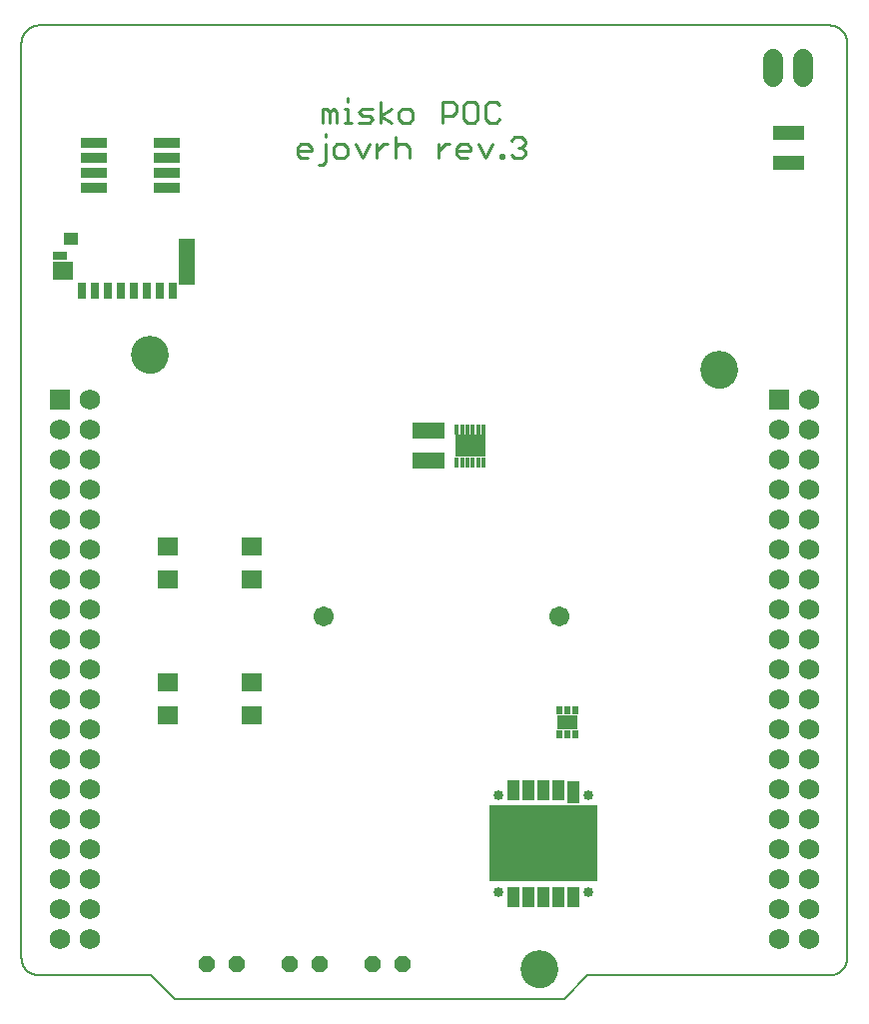
<source format=gts>
G04 EAGLE Gerber RS-274X export*
G75*
%MOMM*%
%FSLAX35Y35*%
%LPD*%
%INsolder_mask_top*%
%IPPOS*%
%AMOC8*
5,1,8,0,0,1.08239X$1,22.5*%
G01*
%ADD10C,0.228600*%
%ADD11C,0.127000*%
%ADD12R,1.733200X1.733200*%
%ADD13C,1.733200*%
%ADD14C,0.000000*%
%ADD15C,3.203200*%
%ADD16R,2.235200X0.863600*%
%ADD17R,0.803200X1.453200*%
%ADD18R,1.403200X3.993200*%
%ADD19R,1.203200X0.803200*%
%ADD20R,1.653200X1.603200*%
%ADD21R,1.153200X1.053200*%
%ADD22R,0.503200X0.653200*%
%ADD23R,1.803200X1.203200*%
%ADD24C,1.703200*%
%ADD25R,0.453200X0.903200*%
%ADD26R,2.583200X1.853200*%
%ADD27R,1.063200X1.653200*%
%ADD28R,1.063200X1.903200*%
%ADD29R,9.203200X6.503200*%
%ADD30C,0.853200*%
%ADD31P,1.539592X8X202.500000*%
%ADD32R,0.653200X1.303200*%
%ADD33C,1.727200*%
%ADD34R,2.743200X1.473200*%
%ADD35R,1.803200X1.603200*%

G36*
X4568181Y1230411D02*
X4568181Y1230411D01*
X4568649Y1230543D01*
X4569401Y1230653D01*
X4586285Y1235775D01*
X4586718Y1235996D01*
X4587435Y1236251D01*
X4602994Y1244568D01*
X4603377Y1244870D01*
X4604029Y1245260D01*
X4617668Y1256452D01*
X4617983Y1256822D01*
X4618548Y1257333D01*
X4629740Y1270971D01*
X4629978Y1271396D01*
X4630432Y1272006D01*
X4638749Y1287565D01*
X4638899Y1288029D01*
X4639225Y1288715D01*
X4644347Y1305599D01*
X4644403Y1306082D01*
X4644589Y1306819D01*
X4646319Y1324378D01*
X4646280Y1324863D01*
X4646319Y1325623D01*
X4644589Y1343181D01*
X4644457Y1343649D01*
X4644347Y1344401D01*
X4639225Y1361285D01*
X4639004Y1361718D01*
X4638749Y1362435D01*
X4630432Y1377994D01*
X4630375Y1378067D01*
X4630374Y1378068D01*
X4630369Y1378074D01*
X4630130Y1378377D01*
X4629740Y1379029D01*
X4618548Y1392668D01*
X4618178Y1392983D01*
X4617668Y1393548D01*
X4604029Y1404740D01*
X4603604Y1404978D01*
X4602994Y1405432D01*
X4587435Y1413749D01*
X4586971Y1413899D01*
X4586285Y1414225D01*
X4569401Y1419347D01*
X4568918Y1419403D01*
X4568181Y1419589D01*
X4550623Y1421319D01*
X4550137Y1421280D01*
X4549378Y1421319D01*
X4531819Y1419589D01*
X4531351Y1419457D01*
X4530599Y1419347D01*
X4513715Y1414225D01*
X4513283Y1414004D01*
X4512565Y1413749D01*
X4497006Y1405432D01*
X4496623Y1405130D01*
X4495971Y1404740D01*
X4482333Y1393548D01*
X4482017Y1393178D01*
X4481452Y1392668D01*
X4470260Y1379029D01*
X4470023Y1378604D01*
X4469568Y1377994D01*
X4461251Y1362435D01*
X4461101Y1361971D01*
X4460775Y1361285D01*
X4455653Y1344401D01*
X4455607Y1344001D01*
X4455566Y1343883D01*
X4455568Y1343806D01*
X4455411Y1343181D01*
X4453681Y1325623D01*
X4453720Y1325137D01*
X4453681Y1324378D01*
X4455411Y1306819D01*
X4455543Y1306351D01*
X4455653Y1305599D01*
X4460775Y1288715D01*
X4460996Y1288283D01*
X4461251Y1287565D01*
X4469568Y1272006D01*
X4469870Y1271623D01*
X4470260Y1270971D01*
X4481452Y1257333D01*
X4481822Y1257017D01*
X4482333Y1256452D01*
X4495971Y1245260D01*
X4496396Y1245023D01*
X4497006Y1244568D01*
X4512565Y1236251D01*
X4513029Y1236101D01*
X4513715Y1235775D01*
X4530599Y1230653D01*
X4531082Y1230597D01*
X4531819Y1230411D01*
X4549378Y1228681D01*
X4549863Y1228720D01*
X4550623Y1228681D01*
X4568181Y1230411D01*
G37*
D10*
X2553761Y7436430D02*
X2553761Y7554624D01*
X2583310Y7554624D01*
X2612858Y7525076D01*
X2612858Y7436430D01*
X2612858Y7525076D02*
X2642407Y7554624D01*
X2671955Y7525076D01*
X2671955Y7436430D01*
X2737918Y7554624D02*
X2767467Y7554624D01*
X2767467Y7436430D01*
X2797015Y7436430D02*
X2737918Y7436430D01*
X2767467Y7613721D02*
X2767467Y7643270D01*
X2860690Y7436430D02*
X2949336Y7436430D01*
X2978884Y7465978D01*
X2949336Y7495527D01*
X2890238Y7495527D01*
X2860690Y7525076D01*
X2890238Y7554624D01*
X2978884Y7554624D01*
X3044847Y7613721D02*
X3044847Y7436430D01*
X3044847Y7495527D02*
X3133493Y7436430D01*
X3044847Y7495527D02*
X3133493Y7554624D01*
X3227860Y7436430D02*
X3286957Y7436430D01*
X3316506Y7465978D01*
X3316506Y7525076D01*
X3286957Y7554624D01*
X3227860Y7554624D01*
X3198312Y7525076D01*
X3198312Y7465978D01*
X3227860Y7436430D01*
X3566626Y7436430D02*
X3566626Y7613721D01*
X3655272Y7613721D01*
X3684820Y7584173D01*
X3684820Y7525076D01*
X3655272Y7495527D01*
X3566626Y7495527D01*
X3780332Y7613721D02*
X3839429Y7613721D01*
X3780332Y7613721D02*
X3750783Y7584173D01*
X3750783Y7465978D01*
X3780332Y7436430D01*
X3839429Y7436430D01*
X3868977Y7465978D01*
X3868977Y7584173D01*
X3839429Y7613721D01*
X4023586Y7613721D02*
X4053134Y7584173D01*
X4023586Y7613721D02*
X3964489Y7613721D01*
X3934940Y7584173D01*
X3934940Y7465978D01*
X3964489Y7436430D01*
X4023586Y7436430D01*
X4053134Y7465978D01*
X2427557Y7136430D02*
X2368459Y7136430D01*
X2338911Y7165978D01*
X2338911Y7225076D01*
X2368459Y7254624D01*
X2427557Y7254624D01*
X2457105Y7225076D01*
X2457105Y7195527D01*
X2338911Y7195527D01*
X2523068Y7077333D02*
X2552617Y7077333D01*
X2582165Y7106882D01*
X2582165Y7254624D01*
X2582165Y7313721D02*
X2582165Y7343270D01*
X2675388Y7136430D02*
X2734485Y7136430D01*
X2764034Y7165978D01*
X2764034Y7225076D01*
X2734485Y7254624D01*
X2675388Y7254624D01*
X2645840Y7225076D01*
X2645840Y7165978D01*
X2675388Y7136430D01*
X2829997Y7254624D02*
X2889094Y7136430D01*
X2948191Y7254624D01*
X3014154Y7254624D02*
X3014154Y7136430D01*
X3014154Y7195527D02*
X3073251Y7254624D01*
X3102800Y7254624D01*
X3167618Y7313721D02*
X3167618Y7136430D01*
X3167618Y7225076D02*
X3197167Y7254624D01*
X3256264Y7254624D01*
X3285813Y7225076D01*
X3285813Y7136430D01*
X3535933Y7136430D02*
X3535933Y7254624D01*
X3535933Y7195527D02*
X3595030Y7254624D01*
X3624578Y7254624D01*
X3718946Y7136430D02*
X3778043Y7136430D01*
X3718946Y7136430D02*
X3689397Y7165978D01*
X3689397Y7225076D01*
X3718946Y7254624D01*
X3778043Y7254624D01*
X3807591Y7225076D01*
X3807591Y7195527D01*
X3689397Y7195527D01*
X3873554Y7254624D02*
X3932651Y7136430D01*
X3991748Y7254624D01*
X4057712Y7165978D02*
X4057712Y7136430D01*
X4057712Y7165978D02*
X4087260Y7165978D01*
X4087260Y7136430D01*
X4057712Y7136430D01*
X4149790Y7284173D02*
X4179338Y7313721D01*
X4238436Y7313721D01*
X4267984Y7284173D01*
X4267984Y7254624D01*
X4238436Y7225076D01*
X4208887Y7225076D01*
X4238436Y7225076D02*
X4267984Y7195527D01*
X4267984Y7165978D01*
X4238436Y7136430D01*
X4179338Y7136430D01*
X4149790Y7165978D01*
D11*
X0Y8109000D02*
X0Y359000D01*
X0Y8109000D02*
X44Y8112625D01*
X175Y8116247D01*
X394Y8119865D01*
X700Y8123477D01*
X1094Y8127081D01*
X1574Y8130673D01*
X2141Y8134254D01*
X2794Y8137819D01*
X3534Y8141368D01*
X4359Y8144897D01*
X5269Y8148406D01*
X6263Y8151892D01*
X7342Y8155353D01*
X8503Y8158786D01*
X9748Y8162191D01*
X11074Y8165564D01*
X12481Y8168905D01*
X13969Y8172210D01*
X15536Y8175479D01*
X17182Y8178708D01*
X18905Y8181898D01*
X20705Y8185044D01*
X22580Y8188146D01*
X24529Y8191202D01*
X26552Y8194210D01*
X28647Y8197168D01*
X30813Y8200074D01*
X33049Y8202928D01*
X35353Y8205726D01*
X37723Y8208468D01*
X40160Y8211152D01*
X42660Y8213777D01*
X45223Y8216340D01*
X47848Y8218840D01*
X50532Y8221277D01*
X53274Y8223647D01*
X56072Y8225951D01*
X58926Y8228187D01*
X61832Y8230353D01*
X64790Y8232448D01*
X67798Y8234471D01*
X70854Y8236420D01*
X73956Y8238295D01*
X77102Y8240095D01*
X80292Y8241818D01*
X83521Y8243464D01*
X86790Y8245031D01*
X90095Y8246519D01*
X93436Y8247926D01*
X96809Y8249252D01*
X100214Y8250497D01*
X103647Y8251658D01*
X107108Y8252737D01*
X110594Y8253731D01*
X114103Y8254641D01*
X117632Y8255466D01*
X121181Y8256206D01*
X124746Y8256859D01*
X128327Y8257426D01*
X131919Y8257906D01*
X135523Y8258300D01*
X139135Y8258606D01*
X142753Y8258825D01*
X146375Y8258956D01*
X150000Y8259000D01*
X6850000Y8259000D01*
X6853625Y8258956D01*
X6857247Y8258825D01*
X6860865Y8258606D01*
X6864477Y8258300D01*
X6868081Y8257906D01*
X6871673Y8257426D01*
X6875254Y8256859D01*
X6878819Y8256206D01*
X6882368Y8255466D01*
X6885897Y8254641D01*
X6889406Y8253731D01*
X6892892Y8252737D01*
X6896353Y8251658D01*
X6899786Y8250497D01*
X6903191Y8249252D01*
X6906564Y8247926D01*
X6909905Y8246519D01*
X6913210Y8245031D01*
X6916479Y8243464D01*
X6919708Y8241818D01*
X6922898Y8240095D01*
X6926044Y8238295D01*
X6929146Y8236420D01*
X6932202Y8234471D01*
X6935210Y8232448D01*
X6938168Y8230353D01*
X6941074Y8228187D01*
X6943928Y8225951D01*
X6946726Y8223647D01*
X6949468Y8221277D01*
X6952152Y8218840D01*
X6954777Y8216340D01*
X6957340Y8213777D01*
X6959840Y8211152D01*
X6962277Y8208468D01*
X6964647Y8205726D01*
X6966951Y8202928D01*
X6969187Y8200074D01*
X6971353Y8197168D01*
X6973448Y8194210D01*
X6975471Y8191202D01*
X6977420Y8188146D01*
X6979295Y8185044D01*
X6981095Y8181898D01*
X6982818Y8178708D01*
X6984464Y8175479D01*
X6986031Y8172210D01*
X6987519Y8168905D01*
X6988926Y8165564D01*
X6990252Y8162191D01*
X6991497Y8158786D01*
X6992658Y8155353D01*
X6993737Y8151892D01*
X6994731Y8148406D01*
X6995641Y8144897D01*
X6996466Y8141368D01*
X6997206Y8137819D01*
X6997859Y8134254D01*
X6998426Y8130673D01*
X6998906Y8127081D01*
X6999300Y8123477D01*
X6999606Y8119865D01*
X6999825Y8116247D01*
X6999956Y8112625D01*
X7000000Y8109000D01*
X7000000Y359000D01*
X6999956Y355375D01*
X6999825Y351753D01*
X6999606Y348135D01*
X6999300Y344523D01*
X6998906Y340919D01*
X6998426Y337327D01*
X6997859Y333746D01*
X6997206Y330181D01*
X6996466Y326632D01*
X6995641Y323103D01*
X6994731Y319594D01*
X6993737Y316108D01*
X6992658Y312647D01*
X6991497Y309214D01*
X6990252Y305809D01*
X6988926Y302436D01*
X6987519Y299095D01*
X6986031Y295790D01*
X6984464Y292521D01*
X6982818Y289292D01*
X6981095Y286102D01*
X6979295Y282956D01*
X6977420Y279854D01*
X6975471Y276798D01*
X6973448Y273790D01*
X6971353Y270832D01*
X6969187Y267926D01*
X6966951Y265072D01*
X6964647Y262274D01*
X6962277Y259532D01*
X6959840Y256848D01*
X6957340Y254223D01*
X6954777Y251660D01*
X6952152Y249160D01*
X6949468Y246723D01*
X6946726Y244353D01*
X6943928Y242049D01*
X6941074Y239813D01*
X6938168Y237647D01*
X6935210Y235552D01*
X6932202Y233529D01*
X6929146Y231580D01*
X6926044Y229705D01*
X6922898Y227905D01*
X6919708Y226182D01*
X6916479Y224536D01*
X6913210Y222969D01*
X6909905Y221481D01*
X6906564Y220074D01*
X6903191Y218748D01*
X6899786Y217503D01*
X6896353Y216342D01*
X6892892Y215263D01*
X6889406Y214269D01*
X6885897Y213359D01*
X6882368Y212534D01*
X6878819Y211794D01*
X6875254Y211141D01*
X6871673Y210574D01*
X6868081Y210094D01*
X6864477Y209700D01*
X6860865Y209394D01*
X6857247Y209175D01*
X6853625Y209044D01*
X6850000Y209000D01*
X4800000Y209000D01*
X4600000Y9000D01*
X1300000Y9000D01*
X1100000Y209000D01*
X150000Y209000D01*
X146375Y209044D01*
X142753Y209175D01*
X139135Y209394D01*
X135523Y209700D01*
X131919Y210094D01*
X128327Y210574D01*
X124746Y211141D01*
X121181Y211794D01*
X117632Y212534D01*
X114103Y213359D01*
X110594Y214269D01*
X107108Y215263D01*
X103647Y216342D01*
X100214Y217503D01*
X96809Y218748D01*
X93436Y220074D01*
X90095Y221481D01*
X86790Y222969D01*
X83521Y224536D01*
X80292Y226182D01*
X77102Y227905D01*
X73956Y229705D01*
X70854Y231580D01*
X67798Y233529D01*
X64790Y235552D01*
X61832Y237647D01*
X58926Y239813D01*
X56072Y242049D01*
X53274Y244353D01*
X50532Y246723D01*
X47848Y249160D01*
X45223Y251660D01*
X42660Y254223D01*
X40160Y256848D01*
X37723Y259532D01*
X35353Y262274D01*
X33049Y265072D01*
X30813Y267926D01*
X28647Y270832D01*
X26552Y273790D01*
X24529Y276798D01*
X22580Y279854D01*
X20705Y282956D01*
X18905Y286102D01*
X17182Y289292D01*
X15536Y292521D01*
X13969Y295790D01*
X12481Y299095D01*
X11074Y302436D01*
X9748Y305809D01*
X8503Y309214D01*
X7342Y312647D01*
X6263Y316108D01*
X5269Y319594D01*
X4359Y323103D01*
X3534Y326632D01*
X2794Y330181D01*
X2141Y333746D01*
X1574Y337327D01*
X1094Y340919D01*
X700Y344523D01*
X394Y348135D01*
X175Y351753D01*
X44Y355375D01*
X0Y359000D01*
D12*
X325000Y5085000D03*
D13*
X325000Y513000D03*
X579000Y5085000D03*
X325000Y4831000D03*
X579000Y4831000D03*
X325000Y4577000D03*
X579000Y4577000D03*
X325000Y4323000D03*
X579000Y4323000D03*
X325000Y4069000D03*
X579000Y4069000D03*
X325000Y3815000D03*
X579000Y3815000D03*
X325000Y3561000D03*
X579000Y3561000D03*
X325000Y3307000D03*
X579000Y3307000D03*
X325000Y3053000D03*
X579000Y3053000D03*
X325000Y2799000D03*
X579000Y2799000D03*
X325000Y2545000D03*
X579000Y2545000D03*
X325000Y2291000D03*
X579000Y2291000D03*
X325000Y2037000D03*
X579000Y2037000D03*
X325000Y1783000D03*
X579000Y1783000D03*
X325000Y1529000D03*
X579000Y1529000D03*
X325000Y1275000D03*
X579000Y1275000D03*
X325000Y1021000D03*
X579000Y1021000D03*
X325000Y767000D03*
X579000Y767000D03*
X579000Y513000D03*
D12*
X6421000Y5085000D03*
D13*
X6421000Y513000D03*
X6675000Y5085000D03*
X6421000Y4831000D03*
X6675000Y4831000D03*
X6421000Y4577000D03*
X6675000Y4577000D03*
X6421000Y4323000D03*
X6675000Y4323000D03*
X6421000Y4069000D03*
X6675000Y4069000D03*
X6421000Y3815000D03*
X6675000Y3815000D03*
X6421000Y3561000D03*
X6675000Y3561000D03*
X6421000Y3307000D03*
X6675000Y3307000D03*
X6421000Y3053000D03*
X6675000Y3053000D03*
X6421000Y2799000D03*
X6675000Y2799000D03*
X6421000Y2545000D03*
X6675000Y2545000D03*
X6421000Y2291000D03*
X6675000Y2291000D03*
X6421000Y2037000D03*
X6675000Y2037000D03*
X6421000Y1783000D03*
X6675000Y1783000D03*
X6421000Y1529000D03*
X6675000Y1529000D03*
X6421000Y1275000D03*
X6675000Y1275000D03*
X6421000Y1021000D03*
X6675000Y1021000D03*
X6421000Y767000D03*
X6675000Y767000D03*
X6675000Y513000D03*
D14*
X4239000Y259000D02*
X4239045Y262681D01*
X4239181Y266360D01*
X4239406Y270035D01*
X4239722Y273703D01*
X4240128Y277362D01*
X4240624Y281010D01*
X4241208Y284644D01*
X4241882Y288264D01*
X4242645Y291865D01*
X4243495Y295447D01*
X4244434Y299007D01*
X4245459Y302543D01*
X4246571Y306052D01*
X4247768Y309533D01*
X4249051Y312984D01*
X4250418Y316403D01*
X4251869Y319786D01*
X4253402Y323133D01*
X4255016Y326442D01*
X4256712Y329710D01*
X4258487Y332935D01*
X4260341Y336115D01*
X4262272Y339250D01*
X4264280Y342336D01*
X4266362Y345371D01*
X4268519Y348355D01*
X4270748Y351285D01*
X4273048Y354159D01*
X4275419Y356976D01*
X4277857Y359734D01*
X4280363Y362431D01*
X4282934Y365066D01*
X4285569Y367637D01*
X4288266Y370143D01*
X4291024Y372581D01*
X4293841Y374952D01*
X4296715Y377252D01*
X4299645Y379481D01*
X4302629Y381638D01*
X4305664Y383720D01*
X4308750Y385728D01*
X4311885Y387659D01*
X4315065Y389513D01*
X4318290Y391288D01*
X4321558Y392984D01*
X4324867Y394598D01*
X4328214Y396131D01*
X4331597Y397582D01*
X4335016Y398949D01*
X4338467Y400232D01*
X4341948Y401429D01*
X4345457Y402541D01*
X4348993Y403566D01*
X4352553Y404505D01*
X4356135Y405355D01*
X4359736Y406118D01*
X4363356Y406792D01*
X4366990Y407376D01*
X4370638Y407872D01*
X4374297Y408278D01*
X4377965Y408594D01*
X4381640Y408819D01*
X4385319Y408955D01*
X4389000Y409000D01*
X4392681Y408955D01*
X4396360Y408819D01*
X4400035Y408594D01*
X4403703Y408278D01*
X4407362Y407872D01*
X4411010Y407376D01*
X4414644Y406792D01*
X4418264Y406118D01*
X4421865Y405355D01*
X4425447Y404505D01*
X4429007Y403566D01*
X4432543Y402541D01*
X4436052Y401429D01*
X4439533Y400232D01*
X4442984Y398949D01*
X4446403Y397582D01*
X4449786Y396131D01*
X4453133Y394598D01*
X4456442Y392984D01*
X4459710Y391288D01*
X4462935Y389513D01*
X4466115Y387659D01*
X4469250Y385728D01*
X4472336Y383720D01*
X4475371Y381638D01*
X4478355Y379481D01*
X4481285Y377252D01*
X4484159Y374952D01*
X4486976Y372581D01*
X4489734Y370143D01*
X4492431Y367637D01*
X4495066Y365066D01*
X4497637Y362431D01*
X4500143Y359734D01*
X4502581Y356976D01*
X4504952Y354159D01*
X4507252Y351285D01*
X4509481Y348355D01*
X4511638Y345371D01*
X4513720Y342336D01*
X4515728Y339250D01*
X4517659Y336115D01*
X4519513Y332935D01*
X4521288Y329710D01*
X4522984Y326442D01*
X4524598Y323133D01*
X4526131Y319786D01*
X4527582Y316403D01*
X4528949Y312984D01*
X4530232Y309533D01*
X4531429Y306052D01*
X4532541Y302543D01*
X4533566Y299007D01*
X4534505Y295447D01*
X4535355Y291865D01*
X4536118Y288264D01*
X4536792Y284644D01*
X4537376Y281010D01*
X4537872Y277362D01*
X4538278Y273703D01*
X4538594Y270035D01*
X4538819Y266360D01*
X4538955Y262681D01*
X4539000Y259000D01*
X4538955Y255319D01*
X4538819Y251640D01*
X4538594Y247965D01*
X4538278Y244297D01*
X4537872Y240638D01*
X4537376Y236990D01*
X4536792Y233356D01*
X4536118Y229736D01*
X4535355Y226135D01*
X4534505Y222553D01*
X4533566Y218993D01*
X4532541Y215457D01*
X4531429Y211948D01*
X4530232Y208467D01*
X4528949Y205016D01*
X4527582Y201597D01*
X4526131Y198214D01*
X4524598Y194867D01*
X4522984Y191558D01*
X4521288Y188290D01*
X4519513Y185065D01*
X4517659Y181885D01*
X4515728Y178750D01*
X4513720Y175664D01*
X4511638Y172629D01*
X4509481Y169645D01*
X4507252Y166715D01*
X4504952Y163841D01*
X4502581Y161024D01*
X4500143Y158266D01*
X4497637Y155569D01*
X4495066Y152934D01*
X4492431Y150363D01*
X4489734Y147857D01*
X4486976Y145419D01*
X4484159Y143048D01*
X4481285Y140748D01*
X4478355Y138519D01*
X4475371Y136362D01*
X4472336Y134280D01*
X4469250Y132272D01*
X4466115Y130341D01*
X4462935Y128487D01*
X4459710Y126712D01*
X4456442Y125016D01*
X4453133Y123402D01*
X4449786Y121869D01*
X4446403Y120418D01*
X4442984Y119051D01*
X4439533Y117768D01*
X4436052Y116571D01*
X4432543Y115459D01*
X4429007Y114434D01*
X4425447Y113495D01*
X4421865Y112645D01*
X4418264Y111882D01*
X4414644Y111208D01*
X4411010Y110624D01*
X4407362Y110128D01*
X4403703Y109722D01*
X4400035Y109406D01*
X4396360Y109181D01*
X4392681Y109045D01*
X4389000Y109000D01*
X4385319Y109045D01*
X4381640Y109181D01*
X4377965Y109406D01*
X4374297Y109722D01*
X4370638Y110128D01*
X4366990Y110624D01*
X4363356Y111208D01*
X4359736Y111882D01*
X4356135Y112645D01*
X4352553Y113495D01*
X4348993Y114434D01*
X4345457Y115459D01*
X4341948Y116571D01*
X4338467Y117768D01*
X4335016Y119051D01*
X4331597Y120418D01*
X4328214Y121869D01*
X4324867Y123402D01*
X4321558Y125016D01*
X4318290Y126712D01*
X4315065Y128487D01*
X4311885Y130341D01*
X4308750Y132272D01*
X4305664Y134280D01*
X4302629Y136362D01*
X4299645Y138519D01*
X4296715Y140748D01*
X4293841Y143048D01*
X4291024Y145419D01*
X4288266Y147857D01*
X4285569Y150363D01*
X4282934Y152934D01*
X4280363Y155569D01*
X4277857Y158266D01*
X4275419Y161024D01*
X4273048Y163841D01*
X4270748Y166715D01*
X4268519Y169645D01*
X4266362Y172629D01*
X4264280Y175664D01*
X4262272Y178750D01*
X4260341Y181885D01*
X4258487Y185065D01*
X4256712Y188290D01*
X4255016Y191558D01*
X4253402Y194867D01*
X4251869Y198214D01*
X4250418Y201597D01*
X4249051Y205016D01*
X4247768Y208467D01*
X4246571Y211948D01*
X4245459Y215457D01*
X4244434Y218993D01*
X4243495Y222553D01*
X4242645Y226135D01*
X4241882Y229736D01*
X4241208Y233356D01*
X4240624Y236990D01*
X4240128Y240638D01*
X4239722Y244297D01*
X4239406Y247965D01*
X4239181Y251640D01*
X4239045Y255319D01*
X4239000Y259000D01*
D15*
X4389000Y259000D03*
D14*
X5763000Y5339000D02*
X5763045Y5342681D01*
X5763181Y5346360D01*
X5763406Y5350035D01*
X5763722Y5353703D01*
X5764128Y5357362D01*
X5764624Y5361010D01*
X5765208Y5364644D01*
X5765882Y5368264D01*
X5766645Y5371865D01*
X5767495Y5375447D01*
X5768434Y5379007D01*
X5769459Y5382543D01*
X5770571Y5386052D01*
X5771768Y5389533D01*
X5773051Y5392984D01*
X5774418Y5396403D01*
X5775869Y5399786D01*
X5777402Y5403133D01*
X5779016Y5406442D01*
X5780712Y5409710D01*
X5782487Y5412935D01*
X5784341Y5416115D01*
X5786272Y5419250D01*
X5788280Y5422336D01*
X5790362Y5425371D01*
X5792519Y5428355D01*
X5794748Y5431285D01*
X5797048Y5434159D01*
X5799419Y5436976D01*
X5801857Y5439734D01*
X5804363Y5442431D01*
X5806934Y5445066D01*
X5809569Y5447637D01*
X5812266Y5450143D01*
X5815024Y5452581D01*
X5817841Y5454952D01*
X5820715Y5457252D01*
X5823645Y5459481D01*
X5826629Y5461638D01*
X5829664Y5463720D01*
X5832750Y5465728D01*
X5835885Y5467659D01*
X5839065Y5469513D01*
X5842290Y5471288D01*
X5845558Y5472984D01*
X5848867Y5474598D01*
X5852214Y5476131D01*
X5855597Y5477582D01*
X5859016Y5478949D01*
X5862467Y5480232D01*
X5865948Y5481429D01*
X5869457Y5482541D01*
X5872993Y5483566D01*
X5876553Y5484505D01*
X5880135Y5485355D01*
X5883736Y5486118D01*
X5887356Y5486792D01*
X5890990Y5487376D01*
X5894638Y5487872D01*
X5898297Y5488278D01*
X5901965Y5488594D01*
X5905640Y5488819D01*
X5909319Y5488955D01*
X5913000Y5489000D01*
X5916681Y5488955D01*
X5920360Y5488819D01*
X5924035Y5488594D01*
X5927703Y5488278D01*
X5931362Y5487872D01*
X5935010Y5487376D01*
X5938644Y5486792D01*
X5942264Y5486118D01*
X5945865Y5485355D01*
X5949447Y5484505D01*
X5953007Y5483566D01*
X5956543Y5482541D01*
X5960052Y5481429D01*
X5963533Y5480232D01*
X5966984Y5478949D01*
X5970403Y5477582D01*
X5973786Y5476131D01*
X5977133Y5474598D01*
X5980442Y5472984D01*
X5983710Y5471288D01*
X5986935Y5469513D01*
X5990115Y5467659D01*
X5993250Y5465728D01*
X5996336Y5463720D01*
X5999371Y5461638D01*
X6002355Y5459481D01*
X6005285Y5457252D01*
X6008159Y5454952D01*
X6010976Y5452581D01*
X6013734Y5450143D01*
X6016431Y5447637D01*
X6019066Y5445066D01*
X6021637Y5442431D01*
X6024143Y5439734D01*
X6026581Y5436976D01*
X6028952Y5434159D01*
X6031252Y5431285D01*
X6033481Y5428355D01*
X6035638Y5425371D01*
X6037720Y5422336D01*
X6039728Y5419250D01*
X6041659Y5416115D01*
X6043513Y5412935D01*
X6045288Y5409710D01*
X6046984Y5406442D01*
X6048598Y5403133D01*
X6050131Y5399786D01*
X6051582Y5396403D01*
X6052949Y5392984D01*
X6054232Y5389533D01*
X6055429Y5386052D01*
X6056541Y5382543D01*
X6057566Y5379007D01*
X6058505Y5375447D01*
X6059355Y5371865D01*
X6060118Y5368264D01*
X6060792Y5364644D01*
X6061376Y5361010D01*
X6061872Y5357362D01*
X6062278Y5353703D01*
X6062594Y5350035D01*
X6062819Y5346360D01*
X6062955Y5342681D01*
X6063000Y5339000D01*
X6062955Y5335319D01*
X6062819Y5331640D01*
X6062594Y5327965D01*
X6062278Y5324297D01*
X6061872Y5320638D01*
X6061376Y5316990D01*
X6060792Y5313356D01*
X6060118Y5309736D01*
X6059355Y5306135D01*
X6058505Y5302553D01*
X6057566Y5298993D01*
X6056541Y5295457D01*
X6055429Y5291948D01*
X6054232Y5288467D01*
X6052949Y5285016D01*
X6051582Y5281597D01*
X6050131Y5278214D01*
X6048598Y5274867D01*
X6046984Y5271558D01*
X6045288Y5268290D01*
X6043513Y5265065D01*
X6041659Y5261885D01*
X6039728Y5258750D01*
X6037720Y5255664D01*
X6035638Y5252629D01*
X6033481Y5249645D01*
X6031252Y5246715D01*
X6028952Y5243841D01*
X6026581Y5241024D01*
X6024143Y5238266D01*
X6021637Y5235569D01*
X6019066Y5232934D01*
X6016431Y5230363D01*
X6013734Y5227857D01*
X6010976Y5225419D01*
X6008159Y5223048D01*
X6005285Y5220748D01*
X6002355Y5218519D01*
X5999371Y5216362D01*
X5996336Y5214280D01*
X5993250Y5212272D01*
X5990115Y5210341D01*
X5986935Y5208487D01*
X5983710Y5206712D01*
X5980442Y5205016D01*
X5977133Y5203402D01*
X5973786Y5201869D01*
X5970403Y5200418D01*
X5966984Y5199051D01*
X5963533Y5197768D01*
X5960052Y5196571D01*
X5956543Y5195459D01*
X5953007Y5194434D01*
X5949447Y5193495D01*
X5945865Y5192645D01*
X5942264Y5191882D01*
X5938644Y5191208D01*
X5935010Y5190624D01*
X5931362Y5190128D01*
X5927703Y5189722D01*
X5924035Y5189406D01*
X5920360Y5189181D01*
X5916681Y5189045D01*
X5913000Y5189000D01*
X5909319Y5189045D01*
X5905640Y5189181D01*
X5901965Y5189406D01*
X5898297Y5189722D01*
X5894638Y5190128D01*
X5890990Y5190624D01*
X5887356Y5191208D01*
X5883736Y5191882D01*
X5880135Y5192645D01*
X5876553Y5193495D01*
X5872993Y5194434D01*
X5869457Y5195459D01*
X5865948Y5196571D01*
X5862467Y5197768D01*
X5859016Y5199051D01*
X5855597Y5200418D01*
X5852214Y5201869D01*
X5848867Y5203402D01*
X5845558Y5205016D01*
X5842290Y5206712D01*
X5839065Y5208487D01*
X5835885Y5210341D01*
X5832750Y5212272D01*
X5829664Y5214280D01*
X5826629Y5216362D01*
X5823645Y5218519D01*
X5820715Y5220748D01*
X5817841Y5223048D01*
X5815024Y5225419D01*
X5812266Y5227857D01*
X5809569Y5230363D01*
X5806934Y5232934D01*
X5804363Y5235569D01*
X5801857Y5238266D01*
X5799419Y5241024D01*
X5797048Y5243841D01*
X5794748Y5246715D01*
X5792519Y5249645D01*
X5790362Y5252629D01*
X5788280Y5255664D01*
X5786272Y5258750D01*
X5784341Y5261885D01*
X5782487Y5265065D01*
X5780712Y5268290D01*
X5779016Y5271558D01*
X5777402Y5274867D01*
X5775869Y5278214D01*
X5774418Y5281597D01*
X5773051Y5285016D01*
X5771768Y5288467D01*
X5770571Y5291948D01*
X5769459Y5295457D01*
X5768434Y5298993D01*
X5767495Y5302553D01*
X5766645Y5306135D01*
X5765882Y5309736D01*
X5765208Y5313356D01*
X5764624Y5316990D01*
X5764128Y5320638D01*
X5763722Y5324297D01*
X5763406Y5327965D01*
X5763181Y5331640D01*
X5763045Y5335319D01*
X5763000Y5339000D01*
D15*
X5913000Y5339000D03*
D14*
X937000Y5466000D02*
X937045Y5469681D01*
X937181Y5473360D01*
X937406Y5477035D01*
X937722Y5480703D01*
X938128Y5484362D01*
X938624Y5488010D01*
X939208Y5491644D01*
X939882Y5495264D01*
X940645Y5498865D01*
X941495Y5502447D01*
X942434Y5506007D01*
X943459Y5509543D01*
X944571Y5513052D01*
X945768Y5516533D01*
X947051Y5519984D01*
X948418Y5523403D01*
X949869Y5526786D01*
X951402Y5530133D01*
X953016Y5533442D01*
X954712Y5536710D01*
X956487Y5539935D01*
X958341Y5543115D01*
X960272Y5546250D01*
X962280Y5549336D01*
X964362Y5552371D01*
X966519Y5555355D01*
X968748Y5558285D01*
X971048Y5561159D01*
X973419Y5563976D01*
X975857Y5566734D01*
X978363Y5569431D01*
X980934Y5572066D01*
X983569Y5574637D01*
X986266Y5577143D01*
X989024Y5579581D01*
X991841Y5581952D01*
X994715Y5584252D01*
X997645Y5586481D01*
X1000629Y5588638D01*
X1003664Y5590720D01*
X1006750Y5592728D01*
X1009885Y5594659D01*
X1013065Y5596513D01*
X1016290Y5598288D01*
X1019558Y5599984D01*
X1022867Y5601598D01*
X1026214Y5603131D01*
X1029597Y5604582D01*
X1033016Y5605949D01*
X1036467Y5607232D01*
X1039948Y5608429D01*
X1043457Y5609541D01*
X1046993Y5610566D01*
X1050553Y5611505D01*
X1054135Y5612355D01*
X1057736Y5613118D01*
X1061356Y5613792D01*
X1064990Y5614376D01*
X1068638Y5614872D01*
X1072297Y5615278D01*
X1075965Y5615594D01*
X1079640Y5615819D01*
X1083319Y5615955D01*
X1087000Y5616000D01*
X1090681Y5615955D01*
X1094360Y5615819D01*
X1098035Y5615594D01*
X1101703Y5615278D01*
X1105362Y5614872D01*
X1109010Y5614376D01*
X1112644Y5613792D01*
X1116264Y5613118D01*
X1119865Y5612355D01*
X1123447Y5611505D01*
X1127007Y5610566D01*
X1130543Y5609541D01*
X1134052Y5608429D01*
X1137533Y5607232D01*
X1140984Y5605949D01*
X1144403Y5604582D01*
X1147786Y5603131D01*
X1151133Y5601598D01*
X1154442Y5599984D01*
X1157710Y5598288D01*
X1160935Y5596513D01*
X1164115Y5594659D01*
X1167250Y5592728D01*
X1170336Y5590720D01*
X1173371Y5588638D01*
X1176355Y5586481D01*
X1179285Y5584252D01*
X1182159Y5581952D01*
X1184976Y5579581D01*
X1187734Y5577143D01*
X1190431Y5574637D01*
X1193066Y5572066D01*
X1195637Y5569431D01*
X1198143Y5566734D01*
X1200581Y5563976D01*
X1202952Y5561159D01*
X1205252Y5558285D01*
X1207481Y5555355D01*
X1209638Y5552371D01*
X1211720Y5549336D01*
X1213728Y5546250D01*
X1215659Y5543115D01*
X1217513Y5539935D01*
X1219288Y5536710D01*
X1220984Y5533442D01*
X1222598Y5530133D01*
X1224131Y5526786D01*
X1225582Y5523403D01*
X1226949Y5519984D01*
X1228232Y5516533D01*
X1229429Y5513052D01*
X1230541Y5509543D01*
X1231566Y5506007D01*
X1232505Y5502447D01*
X1233355Y5498865D01*
X1234118Y5495264D01*
X1234792Y5491644D01*
X1235376Y5488010D01*
X1235872Y5484362D01*
X1236278Y5480703D01*
X1236594Y5477035D01*
X1236819Y5473360D01*
X1236955Y5469681D01*
X1237000Y5466000D01*
X1236955Y5462319D01*
X1236819Y5458640D01*
X1236594Y5454965D01*
X1236278Y5451297D01*
X1235872Y5447638D01*
X1235376Y5443990D01*
X1234792Y5440356D01*
X1234118Y5436736D01*
X1233355Y5433135D01*
X1232505Y5429553D01*
X1231566Y5425993D01*
X1230541Y5422457D01*
X1229429Y5418948D01*
X1228232Y5415467D01*
X1226949Y5412016D01*
X1225582Y5408597D01*
X1224131Y5405214D01*
X1222598Y5401867D01*
X1220984Y5398558D01*
X1219288Y5395290D01*
X1217513Y5392065D01*
X1215659Y5388885D01*
X1213728Y5385750D01*
X1211720Y5382664D01*
X1209638Y5379629D01*
X1207481Y5376645D01*
X1205252Y5373715D01*
X1202952Y5370841D01*
X1200581Y5368024D01*
X1198143Y5365266D01*
X1195637Y5362569D01*
X1193066Y5359934D01*
X1190431Y5357363D01*
X1187734Y5354857D01*
X1184976Y5352419D01*
X1182159Y5350048D01*
X1179285Y5347748D01*
X1176355Y5345519D01*
X1173371Y5343362D01*
X1170336Y5341280D01*
X1167250Y5339272D01*
X1164115Y5337341D01*
X1160935Y5335487D01*
X1157710Y5333712D01*
X1154442Y5332016D01*
X1151133Y5330402D01*
X1147786Y5328869D01*
X1144403Y5327418D01*
X1140984Y5326051D01*
X1137533Y5324768D01*
X1134052Y5323571D01*
X1130543Y5322459D01*
X1127007Y5321434D01*
X1123447Y5320495D01*
X1119865Y5319645D01*
X1116264Y5318882D01*
X1112644Y5318208D01*
X1109010Y5317624D01*
X1105362Y5317128D01*
X1101703Y5316722D01*
X1098035Y5316406D01*
X1094360Y5316181D01*
X1090681Y5316045D01*
X1087000Y5316000D01*
X1083319Y5316045D01*
X1079640Y5316181D01*
X1075965Y5316406D01*
X1072297Y5316722D01*
X1068638Y5317128D01*
X1064990Y5317624D01*
X1061356Y5318208D01*
X1057736Y5318882D01*
X1054135Y5319645D01*
X1050553Y5320495D01*
X1046993Y5321434D01*
X1043457Y5322459D01*
X1039948Y5323571D01*
X1036467Y5324768D01*
X1033016Y5326051D01*
X1029597Y5327418D01*
X1026214Y5328869D01*
X1022867Y5330402D01*
X1019558Y5332016D01*
X1016290Y5333712D01*
X1013065Y5335487D01*
X1009885Y5337341D01*
X1006750Y5339272D01*
X1003664Y5341280D01*
X1000629Y5343362D01*
X997645Y5345519D01*
X994715Y5347748D01*
X991841Y5350048D01*
X989024Y5352419D01*
X986266Y5354857D01*
X983569Y5357363D01*
X980934Y5359934D01*
X978363Y5362569D01*
X975857Y5365266D01*
X973419Y5368024D01*
X971048Y5370841D01*
X968748Y5373715D01*
X966519Y5376645D01*
X964362Y5379629D01*
X962280Y5382664D01*
X960272Y5385750D01*
X958341Y5388885D01*
X956487Y5392065D01*
X954712Y5395290D01*
X953016Y5398558D01*
X951402Y5401867D01*
X949869Y5405214D01*
X948418Y5408597D01*
X947051Y5412016D01*
X945768Y5415467D01*
X944571Y5418948D01*
X943459Y5422457D01*
X942434Y5425993D01*
X941495Y5429553D01*
X940645Y5433135D01*
X939882Y5436736D01*
X939208Y5440356D01*
X938624Y5443990D01*
X938128Y5447638D01*
X937722Y5451297D01*
X937406Y5454965D01*
X937181Y5458640D01*
X937045Y5462319D01*
X937000Y5466000D01*
D15*
X1087000Y5466000D03*
D16*
X1232340Y6884500D03*
X617660Y6884500D03*
X1232340Y7011500D03*
X1232340Y7138500D03*
X617660Y7011500D03*
X617660Y7138500D03*
X1232340Y7265500D03*
X617660Y7265500D03*
D17*
X1285000Y6008000D03*
X1175000Y6008000D03*
X1065000Y6008000D03*
X955000Y6008000D03*
X845000Y6008000D03*
X735000Y6008000D03*
X625000Y6008000D03*
X515000Y6008000D03*
D18*
X1400000Y6256000D03*
D19*
X330000Y6305000D03*
D20*
X352500Y6180000D03*
D21*
X422500Y6447300D03*
D22*
X4692500Y2452500D03*
X4627500Y2452500D03*
X4562500Y2452500D03*
X4562500Y2247500D03*
X4627500Y2247500D03*
X4692500Y2247500D03*
D23*
X4625000Y2350000D03*
D24*
X2559000Y3250000D03*
X4559000Y3250000D03*
D25*
X3691500Y4556000D03*
X3736500Y4556000D03*
X3781500Y4556000D03*
X3826500Y4556000D03*
X3871500Y4556000D03*
X3916500Y4556000D03*
X3916500Y4836000D03*
X3871500Y4836000D03*
X3826500Y4836000D03*
X3781500Y4836000D03*
X3736500Y4836000D03*
X3691500Y4836000D03*
D26*
X3804000Y4696000D03*
D27*
X4171000Y873174D03*
X4298000Y873174D03*
X4425000Y873173D03*
X4552000Y873174D03*
X4679000Y873173D03*
D28*
X4679000Y1764327D03*
D27*
X4552000Y1776826D03*
X4425000Y1776827D03*
X4298000Y1776827D03*
X4171000Y1776826D03*
D29*
X4425000Y1325000D03*
D30*
X4044000Y1325000D03*
X4806000Y1071000D03*
X4806000Y1579000D03*
X4044000Y1071000D03*
X4044000Y1579000D03*
X4806000Y1325000D03*
X4425000Y1071000D03*
X4425000Y1579000D03*
X4044000Y917000D03*
X4044000Y1733000D03*
X4806000Y917000D03*
X4806000Y1733000D03*
D31*
X1827000Y300000D03*
X1573000Y300000D03*
X3227000Y300000D03*
X2973000Y300000D03*
X2527000Y300000D03*
X2273000Y300000D03*
D32*
X6402500Y7097500D03*
X6467500Y7097500D03*
X6532500Y7097500D03*
X6597500Y7097500D03*
X6597500Y7352500D03*
X6532500Y7352500D03*
X6467500Y7352500D03*
X6402500Y7352500D03*
D33*
X6627000Y7823800D02*
X6627000Y7976200D01*
X6373000Y7976200D02*
X6373000Y7823800D01*
D34*
X3450000Y4573000D03*
X3450000Y4827000D03*
D35*
X1955600Y3839700D03*
X1955600Y3560300D03*
X1244400Y3560300D03*
X1244400Y3839700D03*
X1955600Y2689700D03*
X1955600Y2410300D03*
X1244400Y2410300D03*
X1244400Y2689700D03*
M02*

</source>
